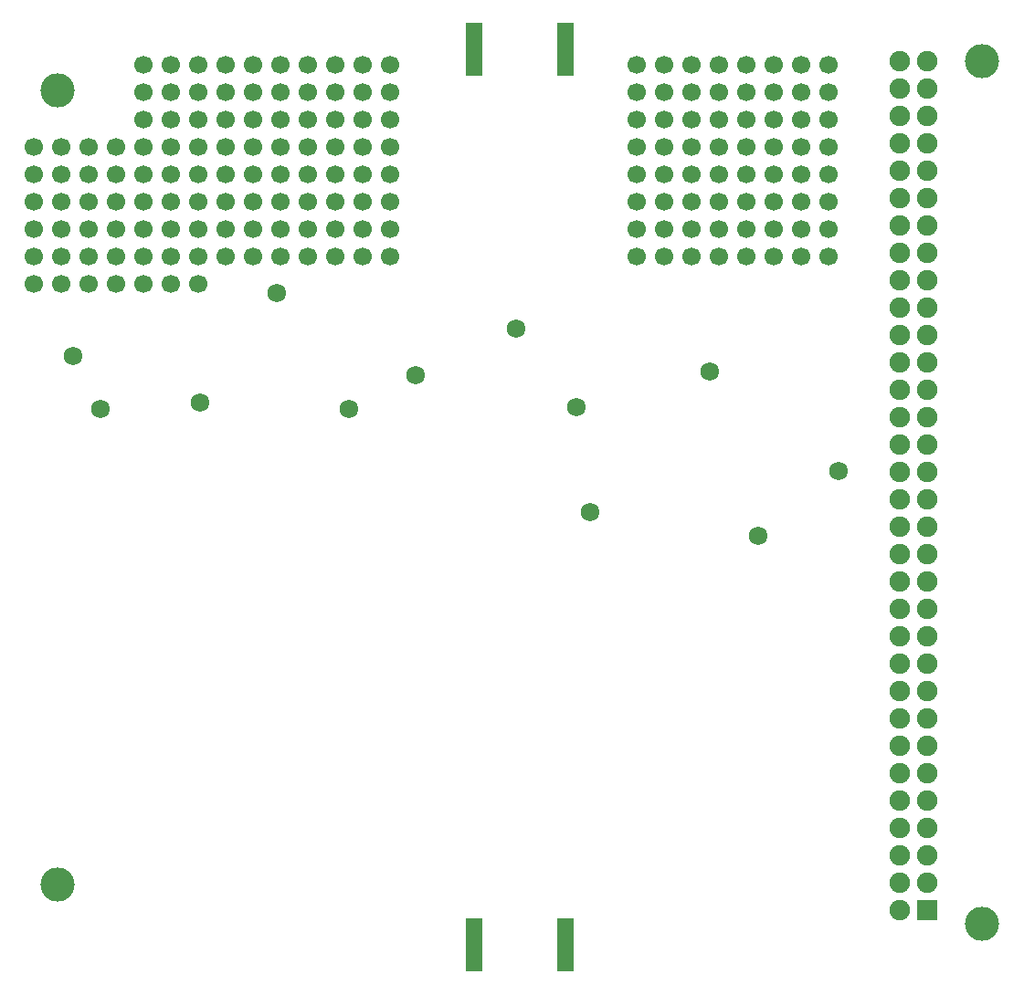
<source format=gbr>
G04 DipTrace 3.3.1.3*
G04 BottomMask.gbr*
%MOIN*%
G04 #@! TF.FileFunction,Soldermask,Bot*
G04 #@! TF.Part,Single*
%ADD27C,0.125*%
%ADD35C,0.06788*%
%ADD39C,0.066935*%
%ADD41C,0.074809*%
%ADD43R,0.074809X0.074809*%
%ADD47R,0.06103X0.193707*%
%FSLAX26Y26*%
G04*
G70*
G90*
G75*
G01*
G04 BotMask*
%LPD*%
D27*
X595213Y3638758D3*
Y738759D3*
X3970213Y595008D3*
Y3745008D3*
D47*
X2113964Y520008D3*
X2448609D3*
Y3788758D3*
X2113964D3*
D43*
X3770213Y645008D3*
D41*
X3670213D3*
X3770213Y745008D3*
X3670213D3*
X3770213Y845008D3*
X3670213D3*
X3770213Y945008D3*
X3670213D3*
X3770213Y1045008D3*
X3670213D3*
X3770213Y1145008D3*
X3670213D3*
X3770213Y1245008D3*
X3670213D3*
X3770213Y1345008D3*
X3670213D3*
X3770213Y1445008D3*
X3670213D3*
X3770213Y1545008D3*
X3670213D3*
X3770213Y1645008D3*
X3670213D3*
X3770213Y1745008D3*
X3670213D3*
X3770213Y1845008D3*
X3670213D3*
X3770213Y1945008D3*
X3670213D3*
X3770213Y2045008D3*
X3670213D3*
X3770213Y2145008D3*
X3670213D3*
X3770213Y2245008D3*
X3670213D3*
X3770213Y2345008D3*
X3670213D3*
X3770213Y2445008D3*
X3670213D3*
X3770213Y2545008D3*
X3670213D3*
X3770213Y2645008D3*
X3670213D3*
X3770213Y2745008D3*
X3670213D3*
X3770213Y2845008D3*
X3670213D3*
X3770213Y2945008D3*
X3670213D3*
X3770213Y3045008D3*
X3670213D3*
X3770213Y3145008D3*
X3670213D3*
X3770213Y3245008D3*
X3670213D3*
X3770213Y3345008D3*
X3670213D3*
X3770213Y3445008D3*
X3670213D3*
X3770213Y3545008D3*
X3670213D3*
X3770213Y3645008D3*
X3670213D3*
X3770213Y3745008D3*
X3670213D3*
D39*
X907713Y3632508D3*
Y3532508D3*
Y3432508D3*
Y3332508D3*
Y3232508D3*
Y3132508D3*
Y3032508D3*
Y2932508D3*
Y3732508D3*
X1007713D3*
Y3632508D3*
Y3532508D3*
Y3432508D3*
Y3332508D3*
Y3232508D3*
Y3132508D3*
Y3032508D3*
Y2932508D3*
X1107713Y3732508D3*
Y3632508D3*
Y3532508D3*
Y3432508D3*
Y3332508D3*
Y3232508D3*
Y3132508D3*
Y3032508D3*
Y2932508D3*
X1207713Y3732508D3*
Y3632508D3*
Y3532508D3*
Y3432508D3*
Y3332508D3*
Y3232508D3*
Y3132508D3*
Y3032508D3*
X1307713Y3732508D3*
Y3632508D3*
Y3532508D3*
Y3432508D3*
Y3332508D3*
Y3232508D3*
Y3132508D3*
Y3032508D3*
X1407713Y3732508D3*
Y3632508D3*
Y3532508D3*
Y3432508D3*
Y3332508D3*
Y3232508D3*
Y3132508D3*
Y3032508D3*
X1507713Y3732508D3*
X1607713D3*
X1707713D3*
X1807713D3*
X1507713Y3632508D3*
X1607713D3*
X1707713D3*
X1807713D3*
Y3532508D3*
X1707713D3*
X1607713D3*
X1507713D3*
Y3432508D3*
X1607713D3*
X1707713D3*
X1807713D3*
Y3332508D3*
X1707713D3*
X1607713D3*
X1507713D3*
Y3232508D3*
X1607713D3*
X1707713D3*
X1807713D3*
Y3132508D3*
X1707713D3*
X1607713D3*
X1507713D3*
Y3032508D3*
X1607713D3*
X1707713D3*
X1807713D3*
X507713Y3432508D3*
X607713D3*
X707713D3*
X807713D3*
Y3332508D3*
Y3232508D3*
Y3132508D3*
Y3032508D3*
Y2932508D3*
X707713D3*
X607713D3*
X507713D3*
Y3032508D3*
Y3132508D3*
Y3232508D3*
Y3332508D3*
X607713D3*
Y3232508D3*
Y3132508D3*
Y3032508D3*
X707713D3*
Y3132508D3*
Y3232508D3*
Y3332508D3*
X2707713Y3732508D3*
Y3632508D3*
Y3532508D3*
Y3432508D3*
Y3332508D3*
Y3232508D3*
Y3132508D3*
Y3032508D3*
X2807713Y3732508D3*
Y3632508D3*
Y3532508D3*
Y3432508D3*
Y3332508D3*
Y3232508D3*
Y3132508D3*
Y3032508D3*
X2907713Y3732508D3*
Y3632508D3*
Y3532508D3*
Y3432508D3*
Y3332508D3*
Y3232508D3*
Y3132508D3*
Y3032508D3*
X3007713Y3732508D3*
Y3632508D3*
Y3532508D3*
Y3432508D3*
Y3332508D3*
Y3232508D3*
Y3132508D3*
Y3032508D3*
X3107713Y3732508D3*
Y3632508D3*
Y3532508D3*
Y3432508D3*
Y3332508D3*
Y3232508D3*
Y3132508D3*
Y3032508D3*
X3207713Y3732508D3*
Y3632508D3*
Y3532508D3*
Y3432508D3*
Y3332508D3*
Y3232508D3*
Y3132508D3*
Y3032508D3*
X3307713Y3732508D3*
Y3632508D3*
Y3532508D3*
Y3432508D3*
Y3332508D3*
Y3232508D3*
Y3132508D3*
Y3032508D3*
X3407713Y3732508D3*
Y3632508D3*
Y3532508D3*
Y3432508D3*
Y3332508D3*
Y3232508D3*
Y3132508D3*
Y3032508D3*
D35*
X2488913Y2482510D3*
X3445163Y2251259D3*
X3151414Y2013760D3*
X1657663Y2476258D3*
X1395163Y2901259D3*
X2270163Y2770010D3*
X2976413Y2613759D3*
X751413Y2476259D3*
X1113913Y2501259D3*
X1901413Y2601259D3*
X2538913Y2101259D3*
X651413Y2670008D3*
M02*

</source>
